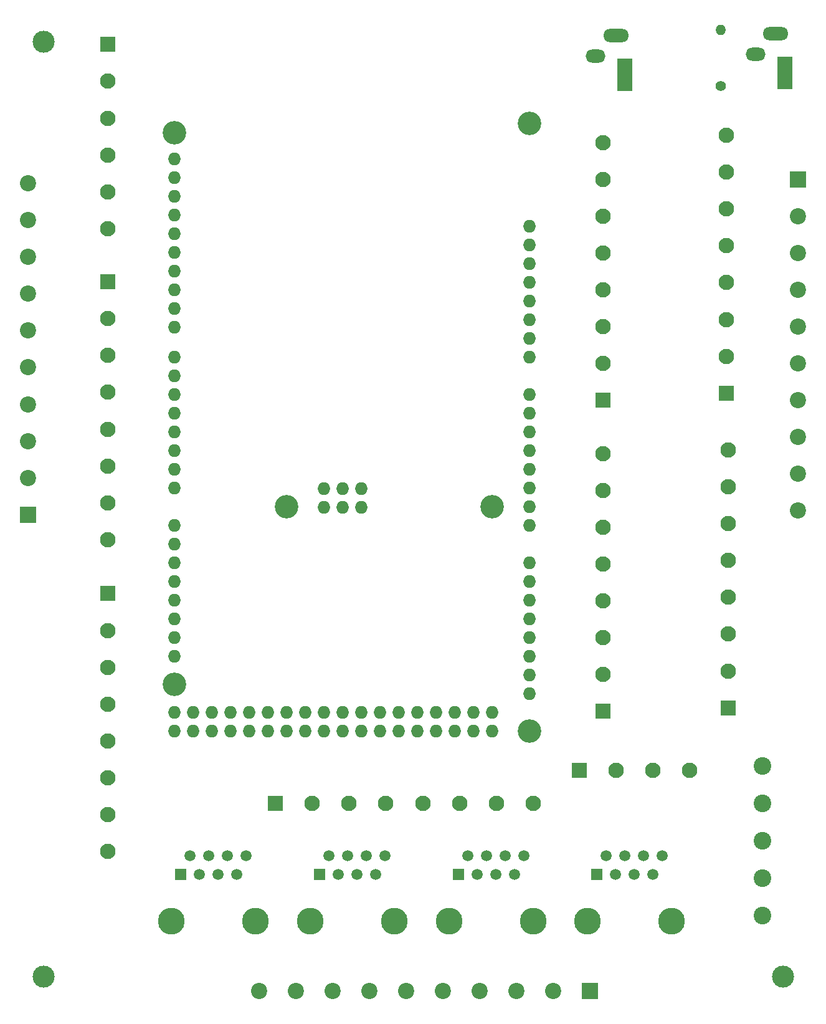
<source format=gbr>
%TF.GenerationSoftware,KiCad,Pcbnew,(6.0.7)*%
%TF.CreationDate,2022-10-05T08:11:46-05:00*%
%TF.ProjectId,FinaleBanger,46696e61-6c65-4426-916e-6765722e6b69,rev?*%
%TF.SameCoordinates,Original*%
%TF.FileFunction,Soldermask,Bot*%
%TF.FilePolarity,Negative*%
%FSLAX46Y46*%
G04 Gerber Fmt 4.6, Leading zero omitted, Abs format (unit mm)*
G04 Created by KiCad (PCBNEW (6.0.7)) date 2022-10-05 08:11:46*
%MOMM*%
%LPD*%
G01*
G04 APERTURE LIST*
%ADD10R,2.100000X2.100000*%
%ADD11C,2.100000*%
%ADD12R,2.300000X2.300000*%
%ADD13C,2.200000*%
%ADD14C,3.000000*%
%ADD15C,3.650000*%
%ADD16R,1.500000X1.500000*%
%ADD17C,1.500000*%
%ADD18R,2.000000X4.500000*%
%ADD19O,3.500000X1.800000*%
%ADD20O,2.700000X1.800000*%
%ADD21C,2.400000*%
%ADD22C,1.400000*%
%ADD23O,1.400000X1.400000*%
%ADD24C,3.200000*%
%ADD25O,1.727200X1.727200*%
G04 APERTURE END LIST*
D10*
%TO.C,J1*%
X134000000Y-129000000D03*
D11*
X139000000Y-129000000D03*
X144000000Y-129000000D03*
X149000000Y-129000000D03*
X154000000Y-129000000D03*
X159000000Y-129000000D03*
X164000000Y-129000000D03*
X169000000Y-129000000D03*
%TD*%
D10*
%TO.C,J9*%
X195250000Y-73250000D03*
D11*
X195250000Y-68250000D03*
X195250000Y-63250000D03*
X195250000Y-58250000D03*
X195250000Y-53250000D03*
X195250000Y-48250000D03*
X195250000Y-43250000D03*
X195250000Y-38250000D03*
%TD*%
D12*
%TO.C,J14*%
X205000000Y-44235000D03*
D13*
X205000000Y-49235000D03*
X205000000Y-54235000D03*
X205000000Y-59235000D03*
X205000000Y-64235000D03*
X205000000Y-69235000D03*
X205000000Y-74235000D03*
X205000000Y-79235000D03*
X205000000Y-84235000D03*
X205000000Y-89235000D03*
%TD*%
D14*
%TO.C,REF\u002A\u002A*%
X203000000Y-152500000D03*
%TD*%
D15*
%TO.C,J2*%
X187854445Y-145000000D03*
X176424445Y-145000000D03*
D16*
X177694445Y-138650000D03*
D17*
X178964445Y-136110000D03*
X180234445Y-138650000D03*
X181504445Y-136110000D03*
X182774445Y-138650000D03*
X184044445Y-136110000D03*
X185314445Y-138650000D03*
X186584445Y-136110000D03*
%TD*%
D12*
%TO.C,J13*%
X100375000Y-89765000D03*
D13*
X100375000Y-84765000D03*
X100375000Y-79765000D03*
X100375000Y-74765000D03*
X100375000Y-69765000D03*
X100375000Y-64765000D03*
X100375000Y-59765000D03*
X100375000Y-54765000D03*
X100375000Y-49765000D03*
X100375000Y-44765000D03*
%TD*%
D15*
%TO.C,J5*%
X119861112Y-145000000D03*
X131291112Y-145000000D03*
D16*
X121131112Y-138650000D03*
D17*
X122401112Y-136110000D03*
X123671112Y-138650000D03*
X124941112Y-136110000D03*
X126211112Y-138650000D03*
X127481112Y-136110000D03*
X128751112Y-138650000D03*
X130021112Y-136110000D03*
%TD*%
D12*
%TO.C,J15*%
X176750000Y-154500000D03*
D13*
X171750000Y-154500000D03*
X166750000Y-154500000D03*
X161750000Y-154500000D03*
X156750000Y-154500000D03*
X151750000Y-154500000D03*
X146750000Y-154500000D03*
X141750000Y-154500000D03*
X136750000Y-154500000D03*
X131750000Y-154500000D03*
%TD*%
D10*
%TO.C,J7*%
X111200000Y-58150000D03*
D11*
X111200000Y-63150000D03*
X111200000Y-68150000D03*
X111200000Y-73150000D03*
X111200000Y-78150000D03*
X111200000Y-83150000D03*
X111200000Y-88150000D03*
X111200000Y-93150000D03*
%TD*%
D14*
%TO.C,REF\u002A\u002A*%
X102500000Y-152500000D03*
%TD*%
D18*
%TO.C,J17*%
X203250000Y-29750000D03*
D19*
X202000000Y-24450000D03*
D20*
X199250000Y-27250000D03*
%TD*%
D10*
%TO.C,J11*%
X111200000Y-25900000D03*
D11*
X111200000Y-30900000D03*
X111200000Y-35900000D03*
X111200000Y-40900000D03*
X111200000Y-45900000D03*
X111200000Y-50900000D03*
%TD*%
D10*
%TO.C,J8*%
X178550000Y-116500000D03*
D11*
X178550000Y-111500000D03*
X178550000Y-106500000D03*
X178550000Y-101500000D03*
X178550000Y-96500000D03*
X178550000Y-91500000D03*
X178550000Y-86500000D03*
X178550000Y-81500000D03*
%TD*%
D10*
%TO.C,J12*%
X111200000Y-100500000D03*
D11*
X111200000Y-105500000D03*
X111200000Y-110500000D03*
X111200000Y-115500000D03*
X111200000Y-120500000D03*
X111200000Y-125500000D03*
X111200000Y-130500000D03*
X111200000Y-135500000D03*
%TD*%
D10*
%TO.C,J6*%
X178550000Y-74250000D03*
D11*
X178550000Y-69250000D03*
X178550000Y-64250000D03*
X178550000Y-59250000D03*
X178550000Y-54250000D03*
X178550000Y-49250000D03*
X178550000Y-44250000D03*
X178550000Y-39250000D03*
%TD*%
D15*
%TO.C,J3*%
X157570000Y-145000000D03*
X169000000Y-145000000D03*
D16*
X158840000Y-138650000D03*
D17*
X160110000Y-136110000D03*
X161380000Y-138650000D03*
X162650000Y-136110000D03*
X163920000Y-138650000D03*
X165190000Y-136110000D03*
X166460000Y-138650000D03*
X167730000Y-136110000D03*
%TD*%
D14*
%TO.C,REF\u002A\u002A*%
X102500000Y-25500000D03*
%TD*%
D10*
%TO.C,J19*%
X175250000Y-124500000D03*
D11*
X180250000Y-124500000D03*
X185250000Y-124500000D03*
X190250000Y-124500000D03*
%TD*%
D10*
%TO.C,J10*%
X195500000Y-116000000D03*
D11*
X195500000Y-111000000D03*
X195500000Y-106000000D03*
X195500000Y-101000000D03*
X195500000Y-96000000D03*
X195500000Y-91000000D03*
X195500000Y-86000000D03*
X195500000Y-81000000D03*
%TD*%
D21*
%TO.C,J18*%
X200200000Y-123920000D03*
X200200000Y-129000000D03*
X200200000Y-134080000D03*
X200200000Y-139160000D03*
X200200000Y-144240000D03*
%TD*%
D18*
%TO.C,J16*%
X181500000Y-30000000D03*
D19*
X180250000Y-24700000D03*
D20*
X177500000Y-27500000D03*
%TD*%
D15*
%TO.C,J4*%
X138715556Y-145000000D03*
X150145556Y-145000000D03*
D16*
X139985556Y-138650000D03*
D17*
X141255556Y-136110000D03*
X142525556Y-138650000D03*
X143795556Y-136110000D03*
X145065556Y-138650000D03*
X146335556Y-136110000D03*
X147605556Y-138650000D03*
X148875556Y-136110000D03*
%TD*%
D22*
%TO.C,F1*%
X194500000Y-31500000D03*
D23*
X194500000Y-23880000D03*
%TD*%
D24*
%TO.C,XA1*%
X168542500Y-36595000D03*
X120282500Y-112795000D03*
X168542500Y-119145000D03*
X135522500Y-88665000D03*
D25*
X168542500Y-50565000D03*
D24*
X163462500Y-88665000D03*
X120282500Y-37865000D03*
D25*
X168542500Y-58185000D03*
X168542500Y-60725000D03*
X140602500Y-88792000D03*
X120282500Y-116605000D03*
X120282500Y-119145000D03*
X168542500Y-73425000D03*
X168542500Y-75965000D03*
X168542500Y-78505000D03*
X168542500Y-81045000D03*
X168542500Y-83585000D03*
X168542500Y-86125000D03*
X168542500Y-88665000D03*
X168542500Y-91205000D03*
X168542500Y-96285000D03*
X168542500Y-98825000D03*
X168542500Y-101365000D03*
X168542500Y-103905000D03*
X168542500Y-106445000D03*
X168542500Y-108985000D03*
X168542500Y-111525000D03*
X168542500Y-114065000D03*
X120282500Y-46501000D03*
X120282500Y-86125000D03*
X120282500Y-83585000D03*
X120282500Y-81045000D03*
X120282500Y-78505000D03*
X120282500Y-75965000D03*
X120282500Y-73425000D03*
X120282500Y-70885000D03*
X120282500Y-68345000D03*
X120282500Y-64281000D03*
X120282500Y-61741000D03*
X120282500Y-59201000D03*
X120282500Y-56661000D03*
X120282500Y-54121000D03*
X120282500Y-51581000D03*
X120282500Y-91205000D03*
X120282500Y-93745000D03*
X120282500Y-96285000D03*
X120282500Y-98825000D03*
X120282500Y-101365000D03*
X120282500Y-103905000D03*
X120282500Y-106445000D03*
X120282500Y-108985000D03*
X122822500Y-116605000D03*
X122822500Y-119145000D03*
X125362500Y-116605000D03*
X125362500Y-119145000D03*
X127902500Y-116605000D03*
X127902500Y-119145000D03*
X130442500Y-116605000D03*
X130442500Y-119145000D03*
X132982500Y-116605000D03*
X132982500Y-119145000D03*
X135522500Y-116605000D03*
X135522500Y-119145000D03*
X138062500Y-116605000D03*
X138062500Y-119145000D03*
X140602500Y-116605000D03*
X140602500Y-119145000D03*
X143142500Y-116605000D03*
X143142500Y-119145000D03*
X145682500Y-116605000D03*
X145682500Y-119145000D03*
X148222500Y-116605000D03*
X148222500Y-119145000D03*
X150762500Y-116605000D03*
X150762500Y-119145000D03*
X153302500Y-116605000D03*
X153302500Y-119145000D03*
X155842500Y-116605000D03*
X155842500Y-119145000D03*
X158382500Y-116605000D03*
X158382500Y-119145000D03*
X160922500Y-116605000D03*
X160922500Y-119145000D03*
X120282500Y-49041000D03*
X168542500Y-63265000D03*
X168542500Y-65805000D03*
X145682500Y-88792000D03*
X163462500Y-116605000D03*
X163462500Y-119145000D03*
X168542500Y-53105000D03*
X140602500Y-86252000D03*
X143142500Y-88792000D03*
X168542500Y-55645000D03*
X145682500Y-86252000D03*
X143142500Y-86252000D03*
X120282500Y-41421000D03*
X120282500Y-43961000D03*
X168542500Y-68345000D03*
%TD*%
M02*

</source>
